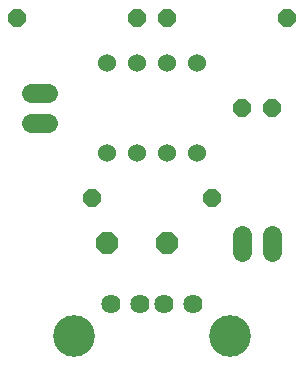
<source format=gbr>
G04 EAGLE Gerber RS-274X export*
G75*
%MOMM*%
%FSLAX34Y34*%
%LPD*%
%INSoldermask Bottom*%
%IPPOS*%
%AMOC8*
5,1,8,0,0,1.08239X$1,22.5*%
G01*
%ADD10P,1.951982X8X202.500000*%
%ADD11C,1.625600*%
%ADD12P,1.649562X8X202.500000*%
%ADD13P,1.649562X8X22.500000*%
%ADD14C,1.524000*%
%ADD15C,1.625600*%
%ADD16C,3.530600*%


D10*
X146050Y107950D03*
X95250Y107950D03*
D11*
X45212Y209550D02*
X30988Y209550D01*
X30988Y234950D02*
X45212Y234950D01*
X209550Y115062D02*
X209550Y100838D01*
X234950Y100838D02*
X234950Y115062D01*
D12*
X234950Y222250D03*
X209550Y222250D03*
D13*
X19050Y298450D03*
X120650Y298450D03*
D12*
X247650Y298450D03*
X146050Y298450D03*
D13*
X82550Y146050D03*
X184150Y146050D03*
D14*
X95250Y184150D03*
X120650Y184150D03*
X120650Y260350D03*
X95250Y260350D03*
X146050Y184150D03*
X171450Y184150D03*
X146050Y260350D03*
X171450Y260350D03*
D15*
X98425Y56388D03*
X123317Y56388D03*
X143383Y56388D03*
X168275Y56388D03*
D16*
X199009Y29210D03*
X67691Y29210D03*
M02*

</source>
